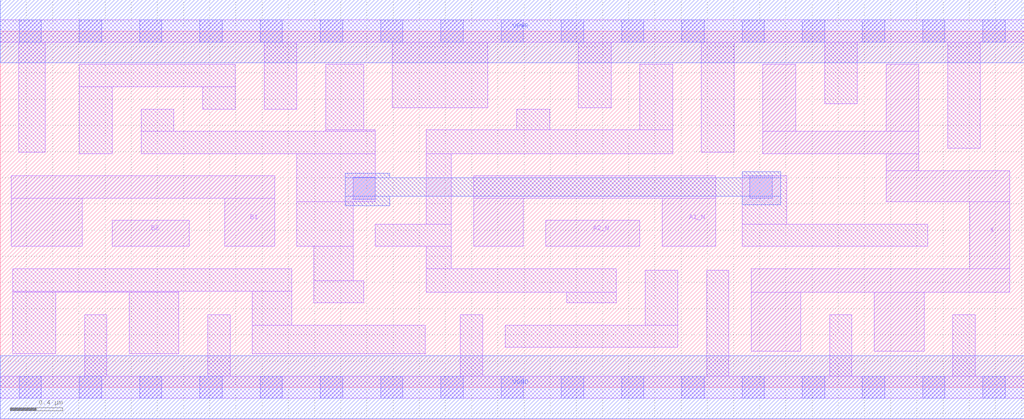
<source format=lef>
# Copyright 2020 The SkyWater PDK Authors
#
# Licensed under the Apache License, Version 2.0 (the "License");
# you may not use this file except in compliance with the License.
# You may obtain a copy of the License at
#
#     https://www.apache.org/licenses/LICENSE-2.0
#
# Unless required by applicable law or agreed to in writing, software
# distributed under the License is distributed on an "AS IS" BASIS,
# WITHOUT WARRANTIES OR CONDITIONS OF ANY KIND, either express or implied.
# See the License for the specific language governing permissions and
# limitations under the License.
#
# SPDX-License-Identifier: Apache-2.0

VERSION 5.7 ;
  NAMESCASESENSITIVE ON ;
  NOWIREEXTENSIONATPIN ON ;
  DIVIDERCHAR "/" ;
  BUSBITCHARS "[]" ;
UNITS
  DATABASE MICRONS 200 ;
END UNITS
PROPERTYDEFINITIONS
  MACRO maskLayoutSubType STRING ;
  MACRO prCellType STRING ;
  MACRO originalViewName STRING ;
END PROPERTYDEFINITIONS
MACRO sky130_fd_sc_hdll__o2bb2a_4
  CLASS CORE ;
  FOREIGN sky130_fd_sc_hdll__o2bb2a_4 ;
  ORIGIN  0.000000  0.000000 ;
  SIZE  7.820000 BY  2.720000 ;
  SYMMETRY X Y R90 ;
  SITE unithd ;
  PIN A1_N
    ANTENNAGATEAREA  0.555000 ;
    DIRECTION INPUT ;
    USE SIGNAL ;
    PORT
      LAYER li1 ;
        RECT 3.615000 1.075000 3.995000 1.445000 ;
        RECT 3.615000 1.445000 5.465000 1.615000 ;
        RECT 5.055000 1.075000 5.465000 1.445000 ;
    END
  END A1_N
  PIN A2_N
    ANTENNAGATEAREA  0.555000 ;
    DIRECTION INPUT ;
    USE SIGNAL ;
    PORT
      LAYER li1 ;
        RECT 4.165000 1.075000 4.885000 1.275000 ;
    END
  END A2_N
  PIN B1
    ANTENNAGATEAREA  0.555000 ;
    DIRECTION INPUT ;
    USE SIGNAL ;
    PORT
      LAYER li1 ;
        RECT 0.085000 1.075000 0.625000 1.445000 ;
        RECT 0.085000 1.445000 2.095000 1.615000 ;
        RECT 1.715000 1.075000 2.095000 1.445000 ;
    END
  END B1
  PIN B2
    ANTENNAGATEAREA  0.555000 ;
    DIRECTION INPUT ;
    USE SIGNAL ;
    PORT
      LAYER li1 ;
        RECT 0.855000 1.075000 1.445000 1.275000 ;
    END
  END B2
  PIN VGND
    ANTENNADIFFAREA  1.137500 ;
    DIRECTION INOUT ;
    USE SIGNAL ;
    PORT
      LAYER met1 ;
        RECT 0.000000 -0.240000 7.820000 0.240000 ;
    END
  END VGND
  PIN VPWR
    ANTENNADIFFAREA  2.510000 ;
    DIRECTION INOUT ;
    USE SIGNAL ;
    PORT
      LAYER met1 ;
        RECT 0.000000 2.480000 7.820000 2.960000 ;
    END
  END VPWR
  PIN X
    ANTENNADIFFAREA  1.028500 ;
    DIRECTION OUTPUT ;
    USE SIGNAL ;
    PORT
      LAYER li1 ;
        RECT 5.735000 0.275000 6.115000 0.725000 ;
        RECT 5.735000 0.725000 7.710000 0.905000 ;
        RECT 5.825000 1.785000 7.015000 1.955000 ;
        RECT 5.825000 1.955000 6.075000 2.465000 ;
        RECT 6.675000 0.275000 7.055000 0.725000 ;
        RECT 6.765000 1.415000 7.710000 1.655000 ;
        RECT 6.765000 1.655000 7.015000 1.785000 ;
        RECT 6.765000 1.955000 7.015000 2.465000 ;
        RECT 7.405000 0.905000 7.710000 1.415000 ;
    END
  END X
  OBS
    LAYER li1 ;
      RECT 0.000000 -0.085000 7.820000 0.085000 ;
      RECT 0.000000  2.635000 7.820000 2.805000 ;
      RECT 0.095000  0.255000 0.425000 0.725000 ;
      RECT 0.095000  0.725000 1.365000 0.735000 ;
      RECT 0.095000  0.735000 2.225000 0.905000 ;
      RECT 0.140000  1.795000 0.345000 2.635000 ;
      RECT 0.605000  1.785000 0.855000 2.295000 ;
      RECT 0.605000  2.295000 1.795000 2.465000 ;
      RECT 0.645000  0.085000 0.815000 0.555000 ;
      RECT 0.985000  0.255000 1.365000 0.725000 ;
      RECT 1.075000  1.785000 2.865000 1.955000 ;
      RECT 1.075000  1.955000 1.325000 2.125000 ;
      RECT 1.545000  2.125000 1.795000 2.295000 ;
      RECT 1.585000  0.085000 1.755000 0.555000 ;
      RECT 1.925000  0.255000 3.245000 0.475000 ;
      RECT 1.925000  0.475000 2.225000 0.735000 ;
      RECT 2.015000  2.125000 2.265000 2.635000 ;
      RECT 2.265000  1.075000 2.695000 1.415000 ;
      RECT 2.265000  1.415000 2.865000 1.785000 ;
      RECT 2.395000  0.645000 2.775000 0.815000 ;
      RECT 2.395000  0.815000 2.695000 1.075000 ;
      RECT 2.485000  1.955000 2.865000 1.965000 ;
      RECT 2.485000  1.965000 2.775000 2.465000 ;
      RECT 2.865000  1.075000 3.445000 1.245000 ;
      RECT 2.995000  2.135000 3.725000 2.635000 ;
      RECT 3.255000  0.725000 4.705000 0.905000 ;
      RECT 3.255000  0.905000 3.445000 1.075000 ;
      RECT 3.255000  1.245000 3.445000 1.785000 ;
      RECT 3.255000  1.785000 5.135000 1.965000 ;
      RECT 3.515000  0.085000 3.685000 0.555000 ;
      RECT 3.855000  0.305000 5.175000 0.475000 ;
      RECT 3.945000  1.965000 4.195000 2.125000 ;
      RECT 4.325000  0.645000 4.705000 0.725000 ;
      RECT 4.415000  2.135000 4.665000 2.635000 ;
      RECT 4.885000  1.965000 5.135000 2.465000 ;
      RECT 4.925000  0.475000 5.175000 0.895000 ;
      RECT 5.355000  1.795000 5.605000 2.635000 ;
      RECT 5.395000  0.085000 5.565000 0.895000 ;
      RECT 5.665000  1.075000 7.085000 1.245000 ;
      RECT 5.665000  1.245000 6.005000 1.615000 ;
      RECT 6.295000  2.165000 6.545000 2.635000 ;
      RECT 6.335000  0.085000 6.505000 0.555000 ;
      RECT 7.235000  1.825000 7.485000 2.635000 ;
      RECT 7.275000  0.085000 7.445000 0.555000 ;
    LAYER mcon ;
      RECT 0.145000 -0.085000 0.315000 0.085000 ;
      RECT 0.145000  2.635000 0.315000 2.805000 ;
      RECT 0.605000 -0.085000 0.775000 0.085000 ;
      RECT 0.605000  2.635000 0.775000 2.805000 ;
      RECT 1.065000 -0.085000 1.235000 0.085000 ;
      RECT 1.065000  2.635000 1.235000 2.805000 ;
      RECT 1.525000 -0.085000 1.695000 0.085000 ;
      RECT 1.525000  2.635000 1.695000 2.805000 ;
      RECT 1.985000 -0.085000 2.155000 0.085000 ;
      RECT 1.985000  2.635000 2.155000 2.805000 ;
      RECT 2.445000 -0.085000 2.615000 0.085000 ;
      RECT 2.445000  2.635000 2.615000 2.805000 ;
      RECT 2.695000  1.435000 2.865000 1.605000 ;
      RECT 2.905000 -0.085000 3.075000 0.085000 ;
      RECT 2.905000  2.635000 3.075000 2.805000 ;
      RECT 3.365000 -0.085000 3.535000 0.085000 ;
      RECT 3.365000  2.635000 3.535000 2.805000 ;
      RECT 3.825000 -0.085000 3.995000 0.085000 ;
      RECT 3.825000  2.635000 3.995000 2.805000 ;
      RECT 4.285000 -0.085000 4.455000 0.085000 ;
      RECT 4.285000  2.635000 4.455000 2.805000 ;
      RECT 4.745000 -0.085000 4.915000 0.085000 ;
      RECT 4.745000  2.635000 4.915000 2.805000 ;
      RECT 5.205000 -0.085000 5.375000 0.085000 ;
      RECT 5.205000  2.635000 5.375000 2.805000 ;
      RECT 5.665000 -0.085000 5.835000 0.085000 ;
      RECT 5.665000  2.635000 5.835000 2.805000 ;
      RECT 5.725000  1.445000 5.895000 1.615000 ;
      RECT 6.125000 -0.085000 6.295000 0.085000 ;
      RECT 6.125000  2.635000 6.295000 2.805000 ;
      RECT 6.585000 -0.085000 6.755000 0.085000 ;
      RECT 6.585000  2.635000 6.755000 2.805000 ;
      RECT 7.045000 -0.085000 7.215000 0.085000 ;
      RECT 7.045000  2.635000 7.215000 2.805000 ;
      RECT 7.505000 -0.085000 7.675000 0.085000 ;
      RECT 7.505000  2.635000 7.675000 2.805000 ;
    LAYER met1 ;
      RECT 2.635000 1.385000 2.975000 1.460000 ;
      RECT 2.635000 1.460000 5.960000 1.600000 ;
      RECT 2.635000 1.600000 2.975000 1.635000 ;
      RECT 5.665000 1.395000 5.960000 1.460000 ;
      RECT 5.665000 1.600000 5.960000 1.645000 ;
  END
  PROPERTY maskLayoutSubType "abstract" ;
  PROPERTY prCellType "standard" ;
  PROPERTY originalViewName "layout" ;
END sky130_fd_sc_hdll__o2bb2a_4
END LIBRARY

</source>
